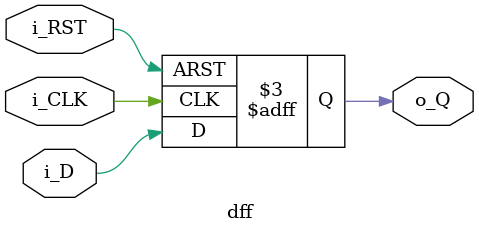
<source format=v>
`timescale 1ns / 1ps


module dff(
    input i_CLK,
    input i_RST,
    input i_D,
    output reg o_Q
    );
    
    always@(posedge(i_CLK),posedge(i_RST)) //DONT FORGET THE RESET SIGNAL IN SENSITIVITY LIST.
    begin
        if(i_RST == 1)
            o_Q <= 1'b0;
        else
           o_Q <= i_D;
    end
endmodule

</source>
